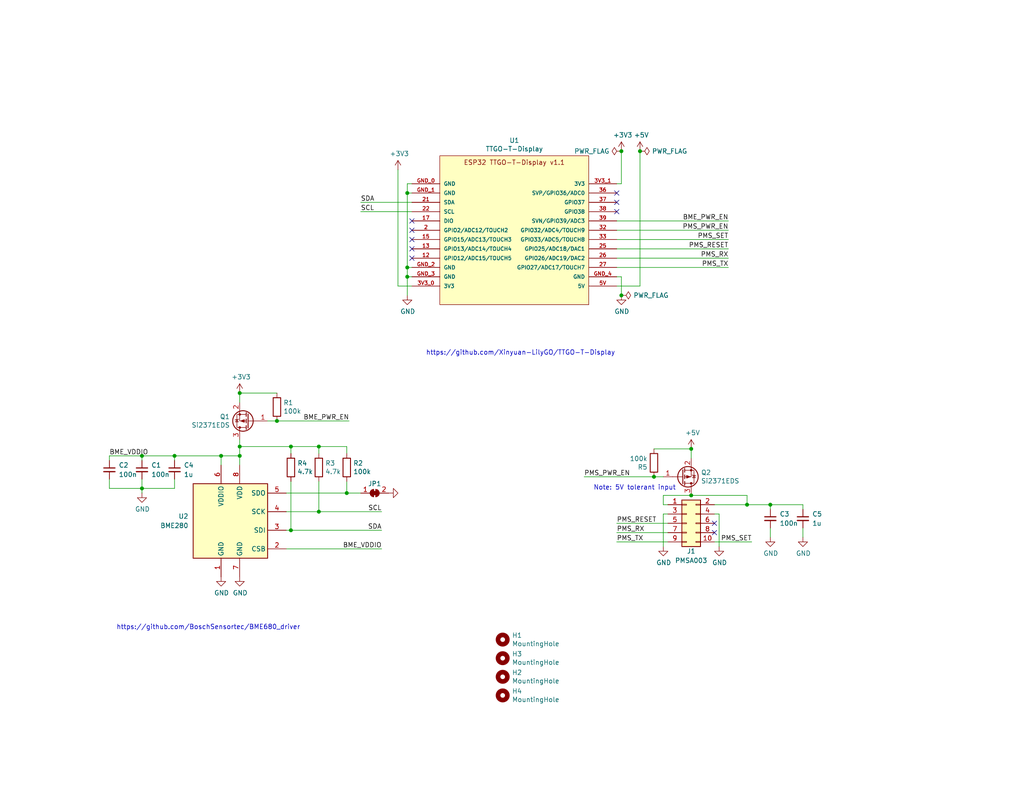
<source format=kicad_sch>
(kicad_sch (version 20211123) (generator eeschema)
  (paper "USLetter")
  (title_block (title "Sniffer") (date "2020-09-03") (rev "v0.1.0"))
  (lib_symbols
    (symbol "Connector_Generic:Conn_02x05_Odd_Even" (pin_names (offset 1.016) hide)
      (property "Reference" "J" (at 1.27 7.62 0))
      (property "Value" "Conn_02x05_Odd_Even" (at 1.27 -7.62 0))
      (symbol "Conn_02x05_Odd_Even_1_1"
        (rectangle (start -1.27 -4.953) (end 0 -5.207) (stroke (width 0.1524)))
        (rectangle (start -1.27 -2.413) (end 0 -2.667) (stroke (width 0.1524)))
        (rectangle (start -1.27 0.127) (end 0 -0.127) (stroke (width 0.1524)))
        (rectangle (start -1.27 2.667) (end 0 2.413) (stroke (width 0.1524)))
        (rectangle (start -1.27 5.207) (end 0 4.953) (stroke (width 0.1524)))
        (rectangle (start -1.27 6.35) (end 3.81 -6.35) (stroke (width 0.254)) (fill (type background)))
        (rectangle (start 3.81 -4.953) (end 2.54 -5.207) (stroke (width 0.1524)))
        (rectangle (start 3.81 -2.413) (end 2.54 -2.667) (stroke (width 0.1524)))
        (rectangle (start 3.81 0.127) (end 2.54 -0.127) (stroke (width 0.1524)))
        (rectangle (start 3.81 2.667) (end 2.54 2.413) (stroke (width 0.1524)))
        (rectangle (start 3.81 5.207) (end 2.54 4.953) (stroke (width 0.1524)))
        (pin passive line (at -5.08 5.08 0) (length 3.81) (name "Pin_1") (number "1"))
        (pin passive line (at 7.62 -5.08 180) (length 3.81) (name "Pin_10") (number "10"))
        (pin passive line (at 7.62 5.08 180) (length 3.81) (name "Pin_2") (number "2"))
        (pin passive line (at -5.08 2.54 0) (length 3.81) (name "Pin_3") (number "3"))
        (pin passive line (at 7.62 2.54 180) (length 3.81) (name "Pin_4") (number "4"))
        (pin passive line (at -5.08 0 0) (length 3.81) (name "Pin_5") (number "5"))
        (pin passive line (at 7.62 0 180) (length 3.81) (name "Pin_6") (number "6"))
        (pin passive line (at -5.08 -2.54 0) (length 3.81) (name "Pin_7") (number "7"))
        (pin passive line (at 7.62 -2.54 180) (length 3.81) (name "Pin_8") (number "8"))
        (pin passive line (at -5.08 -5.08 0) (length 3.81) (name "Pin_9") (number "9"))
      )
    )
    (symbol "Device:C_Small" (pin_numbers hide) (pin_names (offset 0.254) hide)
      (property "Reference" "C" (at 0.254 1.778 0))
      (property "Value" "C_Small" (at 0.254 -2.032 0))
      (symbol "C_Small_0_1"
        (polyline (pts (xy -1.524 -0.508) (xy 1.524 -0.508)) (stroke (width 0.3302)))
        (polyline (pts (xy -1.524 0.508) (xy 1.524 0.508)) (stroke (width 0.3048)))
      )
      (symbol "C_Small_1_1"
        (pin passive line (at 0 2.54 270) (length 2.032) (name "~") (number "1"))
        (pin passive line (at 0 -2.54 90) (length 2.032) (name "~") (number "2"))
      )
    )
    (symbol "Device:R" (pin_numbers hide) (pin_names (offset 0))
      (property "Reference" "R" (at 2.032 0 90))
      (property "Value" "R" (at 0 0 90))
      (symbol "R_0_1"
        (rectangle (start -1.016 -2.54) (end 1.016 2.54) (stroke (width 0.254)))
      )
      (symbol "R_1_1"
        (pin passive line (at 0 3.81 270) (length 1.27) (name "~") (number "1"))
        (pin passive line (at 0 -3.81 90) (length 1.27) (name "~") (number "2"))
      )
    )
    (symbol "Jumper:SolderJumper_2_Bridged" (pin_names (offset 0) hide)
      (property "Reference" "JP" (at 0 2.032 0))
      (property "Value" "SolderJumper_2_Bridged" (at 0 -2.54 0))
      (symbol "SolderJumper_2_Bridged_0_1"
        (rectangle (start -0.508 0.508) (end 0.508 -0.508) (fill (type outline)))
        (arc (start -0.254 1.016) (mid -1.27 0) (end -0.254 -1.016))
        (arc (start -0.254 1.016) (mid -1.27 0) (end -0.254 -1.016) (fill (type outline)))
        (polyline (pts (xy -0.254 1.016) (xy -0.254 -1.016)))
        (polyline (pts (xy 0.254 1.016) (xy 0.254 -1.016)))
        (arc (start 0.254 -1.016) (mid 1.27 0) (end 0.254 1.016))
        (arc (start 0.254 -1.016) (mid 1.27 0) (end 0.254 1.016) (fill (type outline)))
      )
      (symbol "SolderJumper_2_Bridged_1_1"
        (pin passive line (at -3.81 0 0) (length 2.54) (name "A") (number "1"))
        (pin passive line (at 3.81 0 180) (length 2.54) (name "B") (number "2"))
      )
    )
    (symbol "Mechanical:MountingHole" (pin_names (offset 1.016))
      (property "Reference" "H" (at 0 5.08 0))
      (property "Value" "MountingHole" (at 0 3.175 0))
      (symbol "MountingHole_0_1"
        (circle (center 0 0) (radius 1.27) (stroke (width 1.27)))
      )
    )
    (symbol "Sensor:BME280"
      (property "Reference" "U" (at -8.89 11.43 0))
      (property "Value" "BME280" (at 7.62 11.43 0))
      (symbol "BME280_0_1"
        (rectangle (start -10.16 10.16) (end 10.16 -10.16) (stroke (width 0.254)) (fill (type background)))
      )
      (symbol "BME280_1_1"
        (pin power_in line (at -2.54 -15.24 90) (length 5.08) (name "GND") (number "1"))
        (pin input line (at 15.24 -7.62 180) (length 5.08) (name "CSB") (number "2"))
        (pin bidirectional line (at 15.24 -2.54 180) (length 5.08) (name "SDI") (number "3"))
        (pin input line (at 15.24 2.54 180) (length 5.08) (name "SCK") (number "4"))
        (pin bidirectional line (at 15.24 7.62 180) (length 5.08) (name "SDO") (number "5"))
        (pin power_in line (at -2.54 15.24 270) (length 5.08) (name "VDDIO") (number "6"))
        (pin power_in line (at 2.54 -15.24 90) (length 5.08) (name "GND") (number "7"))
        (pin power_in line (at 2.54 15.24 270) (length 5.08) (name "VDD") (number "8"))
      )
    )
    (symbol "Transistor_FET:Si2371EDS" (pin_names hide)
      (property "Reference" "Q" (at 5.08 1.905 0))
      (property "Value" "Si2371EDS" (at 5.08 0 0))
      (symbol "Si2371EDS_0_1"
        (polyline (pts (xy 0.254 0) (xy -2.54 0)))
        (polyline (pts (xy 0.254 1.905) (xy 0.254 -1.905)) (stroke (width 0.254)))
        (polyline (pts (xy 0.762 -1.27) (xy 0.762 -2.286)) (stroke (width 0.254)))
        (polyline (pts (xy 0.762 0.508) (xy 0.762 -0.508)) (stroke (width 0.254)))
        (polyline (pts (xy 0.762 2.286) (xy 0.762 1.27)) (stroke (width 0.254)))
        (polyline (pts (xy 2.54 2.54) (xy 2.54 1.778)))
        (polyline (pts (xy 2.54 -2.54) (xy 2.54 0) (xy 0.762 0)))
        (polyline (pts (xy 0.762 1.778) (xy 3.302 1.778) (xy 3.302 -1.778) (xy 0.762 -1.778)))
        (polyline (pts (xy 2.286 0) (xy 1.27 0.381) (xy 1.27 -0.381) (xy 2.286 0)) (fill (type outline)))
        (polyline (pts (xy 2.794 -0.508) (xy 2.921 -0.381) (xy 3.683 -0.381) (xy 3.81 -0.254)))
        (polyline (pts (xy 3.302 -0.381) (xy 2.921 0.254) (xy 3.683 0.254) (xy 3.302 -0.381)))
        (circle (center 1.651 0) (radius 2.794) (stroke (width 0.254)))
        (circle (center 2.54 -1.778) (radius 0.254) (fill (type outline)))
        (circle (center 2.54 1.778) (radius 0.254) (fill (type outline)))
      )
      (symbol "Si2371EDS_1_1"
        (pin input line (at -5.08 0 0) (length 2.54) (name "G") (number "1"))
        (pin passive line (at 2.54 -5.08 90) (length 2.54) (name "S") (number "2"))
        (pin passive line (at 2.54 5.08 270) (length 2.54) (name "D") (number "3"))
      )
    )
    (symbol "power:+3V3" (power) (pin_names (offset 0))
      (property "Value" "+3V3" (at 0 3.556 0))
      (symbol "+3V3_0_1"
        (polyline (pts (xy -0.762 1.27) (xy 0 2.54)))
        (polyline (pts (xy 0 0) (xy 0 2.54)))
        (polyline (pts (xy 0 2.54) (xy 0.762 1.27)))
      )
      (symbol "+3V3_1_1"
        (pin power_in line (at 0 0 90) (length 0) hide (name "+3V3") (number "1"))
      )
    )
    (symbol "power:+5V" (power) (pin_names (offset 0))
      (property "Value" "+5V" (at 0 3.556 0))
      (symbol "+5V_0_1"
        (polyline (pts (xy -0.762 1.27) (xy 0 2.54)))
        (polyline (pts (xy 0 0) (xy 0 2.54)))
        (polyline (pts (xy 0 2.54) (xy 0.762 1.27)))
      )
      (symbol "+5V_1_1"
        (pin power_in line (at 0 0 90) (length 0) hide (name "+5V") (number "1"))
      )
    )
    (symbol "power:GND" (power) (pin_names (offset 0))
      (property "Value" "GND" (at 0 -3.81 0))
      (symbol "GND_0_1"
        (polyline (pts (xy 0 0) (xy 0 -1.27) (xy 1.27 -1.27) (xy 0 -2.54) (xy -1.27 -1.27) (xy 0 -1.27)))
      )
      (symbol "GND_1_1"
        (pin power_in line (at 0 0 270) (length 0) hide (name "GND") (number "1"))
      )
    )
    (symbol "power:PWR_FLAG" (power) (pin_numbers hide) (pin_names (offset 0) hide)
      (property "Value" "PWR_FLAG" (at 0 3.81 0))
      (symbol "PWR_FLAG_0_0"
        (pin power_out line (at 0 0 90) (length 0) (name "pwr") (number "1"))
      )
      (symbol "PWR_FLAG_0_1"
        (polyline (pts (xy 0 0) (xy 0 1.27) (xy -1.016 1.905) (xy 0 2.54) (xy 1.016 1.905) (xy 0 1.27)))
      )
    )
    (symbol "sniffer:TTGO-T-Display" (pin_names (offset 1.016))
      (symbol "TTGO-T-Display_0_0"
        (text "ESP32 TTGO-T-Display v1.1" (at 0 17.78 0) (effects (font (size 1.27 1.27)) (justify bottom)))
        (pin bidirectional line (at -27.94 -7.62 0) (length 7.62) (name "GPIO12/ADC15/TOUCH5") (number "12"))
        (pin bidirectional line (at -27.94 -5.08 0) (length 7.62) (name "GPIO13/ADC14/TOUCH4") (number "13"))
        (pin bidirectional line (at -27.94 -2.54 0) (length 7.62) (name "GPIO15/ADC13/TOUCH3") (number "15"))
        (pin output line (at -27.94 2.54 0) (length 7.62) (name "DIO") (number "17"))
        (pin bidirectional line (at -27.94 0 0) (length 7.62) (name "GPIO2/ADC12/TOUCH2") (number "2"))
        (pin bidirectional line (at -27.94 7.62 0) (length 7.62) (name "SDA") (number "21"))
        (pin bidirectional line (at -27.94 5.08 0) (length 7.62) (name "SCL") (number "22"))
        (pin bidirectional line (at 27.94 -5.08 180) (length 7.62) (name "GPIO25/ADC18/DAC1") (number "25"))
        (pin bidirectional line (at 27.94 -7.62 180) (length 7.62) (name "GPIO26/ADC19/DAC2") (number "26"))
        (pin bidirectional line (at 27.94 -10.16 180) (length 7.62) (name "GPIO27/ADC17/TOUCH7") (number "27"))
        (pin bidirectional line (at 27.94 0 180) (length 7.62) (name "GPIO32/ADC4/TOUCH9") (number "32"))
        (pin bidirectional line (at 27.94 -2.54 180) (length 7.62) (name "GPIO33/ADC5/TOUCH8") (number "33"))
        (pin bidirectional line (at 27.94 10.16 180) (length 7.62) (name "SVP/GPIO36/ADC0") (number "36"))
        (pin bidirectional line (at 27.94 7.62 180) (length 7.62) (name "GPIO37") (number "37"))
        (pin bidirectional line (at 27.94 5.08 180) (length 7.62) (name "GPIO38") (number "38"))
        (pin bidirectional line (at 27.94 2.54 180) (length 7.62) (name "SVN/GPIO39/ADC3") (number "39"))
        (pin power_in line (at -27.94 -15.24 0) (length 7.62) (name "3V3") (number "3V3_0"))
        (pin power_in line (at 27.94 12.7 180) (length 7.62) (name "3V3") (number "3V3_1"))
        (pin power_in line (at 27.94 -15.24 180) (length 7.62) (name "5V") (number "5V"))
        (pin power_in line (at -27.94 12.7 0) (length 7.62) (name "GND") (number "GND_0"))
        (pin power_in line (at -27.94 10.16 0) (length 7.62) (name "GND") (number "GND_1"))
        (pin power_in line (at -27.94 -10.16 0) (length 7.62) (name "GND") (number "GND_2"))
        (pin power_in line (at -27.94 -12.7 0) (length 7.62) (name "GND") (number "GND_3"))
        (pin power_in line (at 27.94 -12.7 180) (length 7.62) (name "GND") (number "GND_4"))
      )
      (symbol "TTGO-T-Display_0_1"
        (rectangle (start -20.32 20.32) (end 20.32 -20.32) (fill (type background)))
      )
    )
  )
  (junction (at 169.545 80.645))
  (junction (at 111.125 75.565))
  (junction (at 178.435 130.175))
  (junction (at 75.565 114.935))
  (junction (at 86.995 121.92))
  (junction (at 60.325 124.46))
  (junction (at 38.735 133.35))
  (junction (at 38.735 124.46))
  (junction (at 65.405 107.315))
  (junction (at 111.125 52.705))
  (junction (at 86.995 139.7))
  (junction (at 174.625 41.275))
  (junction (at 111.125 73.025))
  (junction (at 79.375 144.78))
  (junction (at 94.615 134.62))
  (junction (at 65.405 124.46))
  (junction (at 79.375 121.92))
  (junction (at 47.625 124.46))
  (junction (at 169.545 41.275))
  (junction (at 188.595 135.255))
  (junction (at 65.405 121.92))
  (junction (at 188.595 122.555))
  (junction (at 210.185 137.795))
  (junction (at 203.835 137.795))
  (no_connect (at 194.945 142.875))
  (no_connect (at 168.275 55.245))
  (no_connect (at 112.395 60.325))
  (no_connect (at 168.275 52.705))
  (no_connect (at 112.395 67.945))
  (no_connect (at 112.395 65.405))
  (no_connect (at 112.395 70.485))
  (no_connect (at 194.945 145.415))
  (no_connect (at 168.275 57.785))
  (no_connect (at 112.395 62.865))
  (wire (pts (xy 60.325 124.46) (xy 60.325 127)))
  (wire (pts (xy 94.615 123.825) (xy 94.615 121.92)))
  (wire (pts (xy 65.405 124.46) (xy 65.405 121.92)))
  (wire (pts (xy 79.375 131.445) (xy 79.375 144.78)))
  (wire (pts (xy 79.375 123.825) (xy 79.375 121.92)))
  (wire (pts (xy 38.735 125.73) (xy 38.735 124.46)))
  (wire (pts (xy 47.625 130.81) (xy 47.625 133.35)))
  (wire (pts (xy 112.395 55.245) (xy 98.425 55.245)))
  (wire (pts (xy 79.375 121.92) (xy 86.995 121.92)))
  (wire (pts (xy 112.395 75.565) (xy 111.125 75.565)))
  (wire (pts (xy 94.615 131.445) (xy 94.615 134.62)))
  (wire (pts (xy 111.125 52.705) (xy 111.125 73.025)))
  (wire (pts (xy 159.385 130.175) (xy 178.435 130.175)))
  (wire (pts (xy 194.945 147.955) (xy 205.105 147.955)))
  (wire (pts (xy 108.585 78.105) (xy 108.585 46.355)))
  (wire (pts (xy 47.625 124.46) (xy 60.325 124.46)))
  (wire (pts (xy 111.125 75.565) (xy 111.125 80.645)))
  (wire (pts (xy 178.435 122.555) (xy 188.595 122.555)))
  (wire (pts (xy 86.995 131.445) (xy 86.995 139.7)))
  (wire (pts (xy 180.975 137.795) (xy 180.975 135.255)))
  (wire (pts (xy 65.405 120.015) (xy 65.405 121.92)))
  (wire (pts (xy 78.105 144.78) (xy 79.375 144.78)))
  (wire (pts (xy 196.215 140.335) (xy 196.215 149.225)))
  (wire (pts (xy 112.395 78.105) (xy 108.585 78.105)))
  (wire (pts (xy 75.565 107.315) (xy 65.405 107.315)))
  (wire (pts (xy 78.105 139.7) (xy 86.995 139.7)))
  (wire (pts (xy 112.395 52.705) (xy 111.125 52.705)))
  (wire (pts (xy 203.835 135.255) (xy 203.835 137.795)))
  (wire (pts (xy 38.735 133.35) (xy 47.625 133.35)))
  (wire (pts (xy 168.275 75.565) (xy 169.545 75.565)))
  (wire (pts (xy 210.185 137.795) (xy 210.185 139.065)))
  (wire (pts (xy 219.075 146.685) (xy 219.075 144.145)))
  (wire (pts (xy 178.435 130.175) (xy 180.975 130.175)))
  (wire (pts (xy 219.075 137.795) (xy 219.075 139.065)))
  (wire (pts (xy 65.405 124.46) (xy 65.405 127)))
  (wire (pts (xy 65.405 109.855) (xy 65.405 107.315)))
  (wire (pts (xy 95.25 114.935) (xy 75.565 114.935)))
  (wire (pts (xy 174.625 78.105) (xy 168.275 78.105)))
  (wire (pts (xy 180.975 135.255) (xy 188.595 135.255)))
  (wire (pts (xy 194.945 137.795) (xy 203.835 137.795)))
  (wire (pts (xy 180.975 140.335) (xy 180.975 149.225)))
  (wire (pts (xy 203.835 137.795) (xy 210.185 137.795)))
  (wire (pts (xy 29.845 125.73) (xy 29.845 124.46)))
  (wire (pts (xy 188.595 135.255) (xy 203.835 135.255)))
  (wire (pts (xy 168.275 145.415) (xy 182.245 145.415)))
  (wire (pts (xy 78.105 149.86) (xy 104.14 149.86)))
  (wire (pts (xy 86.995 121.92) (xy 86.995 123.825)))
  (wire (pts (xy 194.945 140.335) (xy 196.215 140.335)))
  (wire (pts (xy 38.735 133.35) (xy 38.735 130.81)))
  (wire (pts (xy 79.375 144.78) (xy 104.14 144.78)))
  (wire (pts (xy 60.325 124.46) (xy 65.405 124.46)))
  (wire (pts (xy 38.735 124.46) (xy 47.625 124.46)))
  (wire (pts (xy 29.845 130.81) (xy 29.845 133.35)))
  (wire (pts (xy 94.615 134.62) (xy 98.425 134.62)))
  (wire (pts (xy 182.245 147.955) (xy 168.275 147.955)))
  (wire (pts (xy 168.275 65.405) (xy 198.755 65.405)))
  (wire (pts (xy 174.625 41.275) (xy 174.625 78.105)))
  (wire (pts (xy 112.395 73.025) (xy 111.125 73.025)))
  (wire (pts (xy 168.275 50.165) (xy 169.545 50.165)))
  (wire (pts (xy 38.735 134.62) (xy 38.735 133.35)))
  (wire (pts (xy 111.125 50.165) (xy 111.125 52.705)))
  (wire (pts (xy 111.125 73.025) (xy 111.125 75.565)))
  (wire (pts (xy 168.275 60.325) (xy 198.755 60.325)))
  (wire (pts (xy 182.245 140.335) (xy 180.975 140.335)))
  (wire (pts (xy 168.275 73.025) (xy 198.755 73.025)))
  (wire (pts (xy 112.395 57.785) (xy 98.425 57.785)))
  (wire (pts (xy 169.545 50.165) (xy 169.545 41.275)))
  (wire (pts (xy 168.275 70.485) (xy 198.755 70.485)))
  (wire (pts (xy 47.625 124.46) (xy 47.625 125.73)))
  (wire (pts (xy 112.395 50.165) (xy 111.125 50.165)))
  (wire (pts (xy 78.105 134.62) (xy 94.615 134.62)))
  (wire (pts (xy 182.245 137.795) (xy 180.975 137.795)))
  (wire (pts (xy 168.275 67.945) (xy 198.755 67.945)))
  (wire (pts (xy 210.185 137.795) (xy 219.075 137.795)))
  (wire (pts (xy 94.615 121.92) (xy 86.995 121.92)))
  (wire (pts (xy 188.595 125.095) (xy 188.595 122.555)))
  (wire (pts (xy 168.275 62.865) (xy 198.755 62.865)))
  (wire (pts (xy 75.565 114.935) (xy 73.025 114.935)))
  (wire (pts (xy 182.245 142.875) (xy 168.275 142.875)))
  (wire (pts (xy 65.405 121.92) (xy 79.375 121.92)))
  (wire (pts (xy 29.845 133.35) (xy 38.735 133.35)))
  (wire (pts (xy 210.185 146.685) (xy 210.185 144.145)))
  (wire (pts (xy 169.545 75.565) (xy 169.545 80.645)))
  (wire (pts (xy 86.995 139.7) (xy 104.14 139.7)))
  (wire (pts (xy 29.845 124.46) (xy 38.735 124.46)))
  (text "Note: 5V tolerant input" (at 161.925 133.985 0) (effects (font (size 1.27 1.27)) (justify left bottom)))
  (text "https://github.com/BoschSensortec/BME680_driver" (at 31.75 172.085 0) (effects (font (size 1.27 1.27)) (justify left bottom)))
  (text "https://github.com/Xinyuan-LilyGO/TTGO-T-Display" (at 116.205 97.155 0) (effects (font (size 1.27 1.27)) (justify left bottom)))
  (label "BME_VDDIO" (at 29.845 124.46 0))
  (label "PMS_PWR_EN" (at 198.755 62.865 180))
  (label "PMS_TX" (at 168.275 147.955 0))
  (label "SDA" (at 98.425 55.245 0))
  (label "PMS_RESET" (at 198.755 67.945 180))
  (label "PMS_SET" (at 205.105 147.955 180))
  (label "BME_PWR_EN" (at 95.25 114.935 180))
  (label "SCL" (at 104.14 139.7 180))
  (label "PMS_RESET" (at 168.275 142.875 0))
  (label "PMS_PWR_EN" (at 159.385 130.175 0))
  (label "PMS_TX" (at 198.755 73.025 180))
  (label "SCL" (at 98.425 57.785 0))
  (label "SDA" (at 104.14 144.78 180))
  (label "PMS_RX" (at 198.755 70.485 180))
  (label "BME_PWR_EN" (at 198.755 60.325 180))
  (label "PMS_RX" (at 168.275 145.415 0))
  (label "PMS_SET" (at 198.755 65.405 180))
  (label "BME_VDDIO" (at 104.14 149.86 180))
  (symbol (lib_id "sniffer:TTGO-T-Display") (at 140.335 62.865 0) (unit 1)
    (property "Reference" "U1" (at 140.335 38.354 0))
    (property "Value" "TTGO-T-Display" (at 140.335 40.6654 0))
    (property "Footprint" "sniffer:TTGO-T-DISPLAY-OL-2" (effects hide))
    (property "Datasheet" "https://github.com/Xinyuan-LilyGO/TTGO-T-Display" (effects hide))
  )
  (symbol (lib_id "Connector_Generic:Conn_02x05_Odd_Even") (at 187.325 142.875 0) (unit 1)
    (property "Reference" "J1" (at 188.595 150.495 0))
    (property "Value" "PMSA003" (at 188.595 153.035 0))
    (property "Footprint" "sniffer:PMSA003" (effects hide))
  )
  (symbol (lib_id "power:+3V3") (at 65.405 107.315 0) (unit 1)
    (property "Reference" "#PWR02" (effects hide))
    (property "Value" "+3V3" (at 65.786 102.9208 0))
  )
  (symbol (lib_id "power:+5V") (at 188.595 122.555 0) (unit 1)
    (property "Reference" "#PWR01" (effects hide))
    (property "Value" "+5V" (at 188.976 118.1608 0))
  )
  (symbol (lib_id "power:GND") (at 180.975 149.225 0) (unit 1)
    (property "Reference" "#PWR04" (effects hide))
    (property "Value" "GND" (at 181.102 153.6192 0))
  )
  (symbol (lib_id "power:GND") (at 196.215 149.225 0) (unit 1)
    (property "Reference" "#PWR05" (effects hide))
    (property "Value" "GND" (at 196.342 153.6192 0))
  )
  (symbol (lib_id "power:GND") (at 169.545 80.645 0) (unit 1)
    (property "Reference" "#PWR010" (effects hide))
    (property "Value" "GND" (at 169.672 85.0392 0))
  )
  (symbol (lib_id "power:+3V3") (at 169.545 41.275 0) (unit 1)
    (property "Reference" "#PWR09" (effects hide))
    (property "Value" "+3V3" (at 169.926 36.8808 0))
  )
  (symbol (lib_id "power:+5V") (at 174.625 41.275 0) (unit 1)
    (property "Reference" "#PWR011" (effects hide))
    (property "Value" "+5V" (at 175.006 36.8808 0))
  )
  (symbol (lib_id "power:GND") (at 111.125 80.645 0) (unit 1)
    (property "Reference" "#PWR08" (effects hide))
    (property "Value" "GND" (at 111.252 85.0392 0))
  )
  (symbol (lib_id "power:+3V3") (at 108.585 46.355 0) (unit 1)
    (property "Reference" "#PWR07" (effects hide))
    (property "Value" "+3V3" (at 108.966 41.9608 0))
  )
  (symbol (lib_id "power:PWR_FLAG") (at 169.545 41.275 90) (unit 1)
    (property "Reference" "#FLG0101" (effects hide))
    (property "Value" "PWR_FLAG" (at 166.3192 41.275 90) (effects (justify left)))
  )
  (symbol (lib_id "Mechanical:MountingHole") (at 137.16 174.625 0) (unit 1)
    (property "Reference" "H1" (at 139.7 173.4566 0) (effects (justify left)))
    (property "Value" "MountingHole" (at 139.7 175.768 0) (effects (justify left)))
    (property "Footprint" "MountingHole:MountingHole_2.2mm_M2" (effects hide))
  )
  (symbol (lib_id "power:PWR_FLAG") (at 174.625 41.275 270) (unit 1)
    (property "Reference" "#FLG0102" (effects hide))
    (property "Value" "PWR_FLAG" (at 177.8762 41.275 90) (effects (justify left)))
  )
  (symbol (lib_id "Mechanical:MountingHole") (at 137.16 179.705 0) (unit 1)
    (property "Reference" "H3" (at 139.7 178.5366 0) (effects (justify left)))
    (property "Value" "MountingHole" (at 139.7 180.848 0) (effects (justify left)))
    (property "Footprint" "MountingHole:MountingHole_2.2mm_M2" (effects hide))
  )
  (symbol (lib_id "Mechanical:MountingHole") (at 137.16 184.785 0) (unit 1)
    (property "Reference" "H2" (at 139.7 183.6166 0) (effects (justify left)))
    (property "Value" "MountingHole" (at 139.7 185.928 0) (effects (justify left)))
    (property "Footprint" "MountingHole:MountingHole_2.2mm_M2" (effects hide))
  )
  (symbol (lib_id "Mechanical:MountingHole") (at 137.16 189.865 0) (unit 1)
    (property "Reference" "H4" (at 139.7 188.6966 0) (effects (justify left)))
    (property "Value" "MountingHole" (at 139.7 191.008 0) (effects (justify left)))
    (property "Footprint" "MountingHole:MountingHole_2.2mm_M2" (effects hide))
  )
  (symbol (lib_id "power:PWR_FLAG") (at 169.545 80.645 270) (unit 1)
    (property "Reference" "#FLG0103" (effects hide))
    (property "Value" "PWR_FLAG" (at 172.7962 80.645 90) (effects (justify left)))
  )
  (symbol (lib_id "Transistor_FET:Si2371EDS") (at 186.055 130.175 0) (mirror x) (unit 1)
    (property "Reference" "Q2" (at 191.262 129.0066 0) (effects (justify left)))
    (property "Value" "Si2371EDS" (at 191.262 131.318 0) (effects (justify left)))
    (property "Footprint" "Package_TO_SOT_SMD:SOT-23" (effects hide))
    (property "Datasheet" "http://www.vishay.com/docs/63924/si2371eds.pdf" (effects hide))
  )
  (symbol (lib_id "power:GND") (at 210.185 146.685 0) (unit 1)
    (property "Reference" "#PWR0101" (effects hide))
    (property "Value" "GND" (at 210.312 151.0792 0))
  )
  (symbol (lib_id "power:GND") (at 219.075 146.685 0) (unit 1)
    (property "Reference" "#PWR0102" (effects hide))
    (property "Value" "GND" (at 219.202 151.0792 0))
  )
  (symbol (lib_id "Transistor_FET:Si2371EDS") (at 67.945 114.935 180) (unit 1)
    (property "Reference" "Q1" (at 62.738 113.7666 0) (effects (justify left)))
    (property "Value" "Si2371EDS" (at 62.738 116.078 0) (effects (justify left)))
    (property "Footprint" "Package_TO_SOT_SMD:SOT-23" (effects hide))
    (property "Datasheet" "http://www.vishay.com/docs/63924/si2371eds.pdf" (effects hide))
  )
  (symbol (lib_id "Device:R") (at 75.565 111.125 180) (unit 1)
    (property "Reference" "R1" (at 77.3176 109.9566 0) (effects (justify right)))
    (property "Value" "100k" (at 77.3176 112.268 0) (effects (justify right)))
    (property "Footprint" "Resistor_SMD:R_0603_1608Metric_Pad0.98x0.95mm_HandSolder" (effects hide))
  )
  (symbol (lib_id "power:GND") (at 38.735 134.62 0) (unit 1)
    (property "Reference" "#PWR0103" (effects hide))
    (property "Value" "GND" (at 38.862 139.0142 0))
  )
  (symbol (lib_id "power:GND") (at 106.045 134.62 90) (unit 1)
    (property "Reference" "#PWR012" (effects hide))
    (property "Value" "GND" (effects hide))
  )
  (symbol (lib_id "Device:C_Small") (at 38.735 128.27 0) (unit 1)
    (property "Reference" "C1" (at 41.275 127.0062 0) (effects (justify left)))
    (property "Value" "100n" (at 41.275 129.5462 0) (effects (justify left)))
    (property "Footprint" "Capacitor_SMD:C_0402_1005Metric_Pad0.74x0.62mm_HandSolder" (effects hide))
  )
  (symbol (lib_id "Device:C_Small") (at 210.185 141.605 0) (unit 1)
    (property "Reference" "C3" (at 212.725 140.3412 0) (effects (justify left)))
    (property "Value" "100n" (at 212.725 142.8812 0) (effects (justify left)))
    (property "Footprint" "Capacitor_SMD:C_0603_1608Metric_Pad1.08x0.95mm_HandSolder" (effects hide))
  )
  (symbol (lib_id "Device:R") (at 79.375 127.635 180) (unit 1)
    (property "Reference" "R4" (at 81.1276 126.4666 0) (effects (justify right)))
    (property "Value" "4.7k" (at 81.1276 128.778 0) (effects (justify right)))
    (property "Footprint" "Resistor_SMD:R_0603_1608Metric_Pad0.98x0.95mm_HandSolder" (effects hide))
  )
  (symbol (lib_id "Device:R") (at 86.995 127.635 180) (unit 1)
    (property "Reference" "R3" (at 88.7476 126.4666 0) (effects (justify right)))
    (property "Value" "4.7k" (at 88.7476 128.778 0) (effects (justify right)))
    (property "Footprint" "Resistor_SMD:R_0603_1608Metric_Pad0.98x0.95mm_HandSolder" (effects hide))
  )
  (symbol (lib_id "Device:R") (at 178.435 126.365 0) (unit 1)
    (property "Reference" "R5" (at 176.6824 127.5334 0) (effects (justify right)))
    (property "Value" "100k" (at 176.6824 125.222 0) (effects (justify right)))
    (property "Footprint" "Resistor_SMD:R_0603_1608Metric_Pad0.98x0.95mm_HandSolder" (effects hide))
  )
  (symbol (lib_id "Device:C_Small") (at 219.075 141.605 0) (unit 1)
    (property "Reference" "C5" (at 221.615 140.3412 0) (effects (justify left)))
    (property "Value" "1u" (at 221.615 142.8812 0) (effects (justify left)))
    (property "Footprint" "Capacitor_SMD:C_0603_1608Metric_Pad1.08x0.95mm_HandSolder" (effects hide))
  )
  (symbol (lib_id "power:GND") (at 60.325 157.48 0) (unit 1)
    (property "Reference" "#PWR03" (effects hide))
    (property "Value" "GND" (at 60.452 161.8742 0))
  )
  (symbol (lib_id "Device:R") (at 94.615 127.635 180) (unit 1)
    (property "Reference" "R2" (at 96.3676 126.4666 0) (effects (justify right)))
    (property "Value" "100k" (at 96.3676 128.778 0) (effects (justify right)))
    (property "Footprint" "Resistor_SMD:R_0603_1608Metric_Pad0.98x0.95mm_HandSolder" (effects hide))
  )
  (symbol (lib_id "Device:C_Small") (at 47.625 128.27 0) (unit 1)
    (property "Reference" "C4" (at 50.165 127.0062 0) (effects (justify left)))
    (property "Value" "1u" (at 50.165 129.5462 0) (effects (justify left)))
    (property "Footprint" "Capacitor_SMD:C_0603_1608Metric_Pad1.08x0.95mm_HandSolder" (effects hide))
  )
  (symbol (lib_id "power:GND") (at 65.405 157.48 0) (unit 1)
    (property "Reference" "#PWR06" (effects hide))
    (property "Value" "GND" (at 65.532 161.8742 0))
  )
  (symbol (lib_id "Device:C_Small") (at 29.845 128.27 0) (unit 1)
    (property "Reference" "C2" (at 32.385 127.0062 0) (effects (justify left)))
    (property "Value" "100n" (at 32.385 129.5462 0) (effects (justify left)))
    (property "Footprint" "Capacitor_SMD:C_0402_1005Metric_Pad0.74x0.62mm_HandSolder" (effects hide))
  )
  (symbol (lib_id "Jumper:SolderJumper_2_Bridged") (at 102.235 134.62 0) (unit 1)
    (property "Reference" "JP1" (at 102.235 132.08 0))
    (property "Value" "SolderJumper_2_Bridged" (effects hide))
    (property "Footprint" "Jumper:SolderJumper-2_P1.3mm_Bridged_RoundedPad1.0x1.5mm" (effects hide))
  )
  (symbol (lib_id "Sensor:BME280") (at 62.865 142.24 0) (unit 1)
    (property "Reference" "U2" (at 51.435 140.9699 0) (effects (justify right)))
    (property "Value" "BME280" (at 51.435 143.5099 0) (effects (justify right)))
    (property "Footprint" "Package_LGA:Bosch_LGA-8_2.5x2.5mm_P0.65mm_ClockwisePinNumbering" (effects hide))
    (property "Datasheet" "https://ae-bst.resource.bosch.com/media/_tech/media/datasheets/BST-BME280-DS002.pdf" (effects hide))
  )
)
</source>
